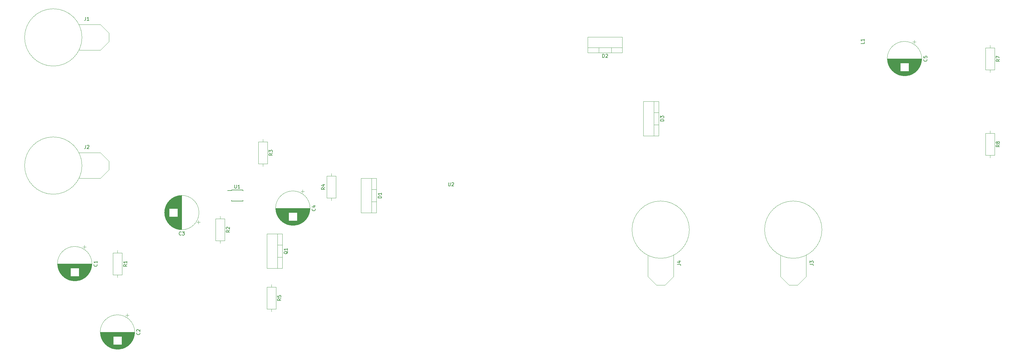
<source format=gbr>
G04 #@! TF.GenerationSoftware,KiCad,Pcbnew,(5.1.5)-3*
G04 #@! TF.CreationDate,2020-06-24T22:01:33+03:00*
G04 #@! TF.ProjectId,forward_converter_opto,666f7277-6172-4645-9f63-6f6e76657274,rev?*
G04 #@! TF.SameCoordinates,Original*
G04 #@! TF.FileFunction,Legend,Top*
G04 #@! TF.FilePolarity,Positive*
%FSLAX46Y46*%
G04 Gerber Fmt 4.6, Leading zero omitted, Abs format (unit mm)*
G04 Created by KiCad (PCBNEW (5.1.5)-3) date 2020-06-24 22:01:33*
%MOMM*%
%LPD*%
G04 APERTURE LIST*
%ADD10C,0.120000*%
%ADD11C,0.150000*%
G04 APERTURE END LIST*
D10*
X247215000Y-28000354D02*
X246215000Y-28000354D01*
X246715000Y-27500354D02*
X246715000Y-28500354D01*
X244439000Y-38061000D02*
X243241000Y-38061000D01*
X244702000Y-38021000D02*
X242978000Y-38021000D01*
X244902000Y-37981000D02*
X242778000Y-37981000D01*
X245070000Y-37941000D02*
X242610000Y-37941000D01*
X245218000Y-37901000D02*
X242462000Y-37901000D01*
X245350000Y-37861000D02*
X242330000Y-37861000D01*
X245470000Y-37821000D02*
X242210000Y-37821000D01*
X245582000Y-37781000D02*
X242098000Y-37781000D01*
X245686000Y-37741000D02*
X241994000Y-37741000D01*
X245784000Y-37701000D02*
X241896000Y-37701000D01*
X245877000Y-37661000D02*
X241803000Y-37661000D01*
X245965000Y-37621000D02*
X241715000Y-37621000D01*
X246049000Y-37581000D02*
X241631000Y-37581000D01*
X246129000Y-37541000D02*
X241551000Y-37541000D01*
X246205000Y-37501000D02*
X241475000Y-37501000D01*
X246279000Y-37461000D02*
X241401000Y-37461000D01*
X246350000Y-37421000D02*
X241330000Y-37421000D01*
X246419000Y-37381000D02*
X241261000Y-37381000D01*
X246485000Y-37341000D02*
X241195000Y-37341000D01*
X246549000Y-37301000D02*
X241131000Y-37301000D01*
X246610000Y-37261000D02*
X241070000Y-37261000D01*
X246670000Y-37221000D02*
X241010000Y-37221000D01*
X246729000Y-37181000D02*
X240951000Y-37181000D01*
X246785000Y-37141000D02*
X240895000Y-37141000D01*
X246840000Y-37101000D02*
X240840000Y-37101000D01*
X246894000Y-37061000D02*
X240786000Y-37061000D01*
X246946000Y-37021000D02*
X240734000Y-37021000D01*
X246996000Y-36981000D02*
X240684000Y-36981000D01*
X247046000Y-36941000D02*
X240634000Y-36941000D01*
X247094000Y-36901000D02*
X240586000Y-36901000D01*
X247141000Y-36861000D02*
X240539000Y-36861000D01*
X247187000Y-36821000D02*
X240493000Y-36821000D01*
X247232000Y-36781000D02*
X240448000Y-36781000D01*
X247276000Y-36741000D02*
X240404000Y-36741000D01*
X242599000Y-36701000D02*
X240362000Y-36701000D01*
X247318000Y-36701000D02*
X245081000Y-36701000D01*
X242599000Y-36661000D02*
X240320000Y-36661000D01*
X247360000Y-36661000D02*
X245081000Y-36661000D01*
X242599000Y-36621000D02*
X240279000Y-36621000D01*
X247401000Y-36621000D02*
X245081000Y-36621000D01*
X242599000Y-36581000D02*
X240239000Y-36581000D01*
X247441000Y-36581000D02*
X245081000Y-36581000D01*
X242599000Y-36541000D02*
X240200000Y-36541000D01*
X247480000Y-36541000D02*
X245081000Y-36541000D01*
X242599000Y-36501000D02*
X240161000Y-36501000D01*
X247519000Y-36501000D02*
X245081000Y-36501000D01*
X242599000Y-36461000D02*
X240124000Y-36461000D01*
X247556000Y-36461000D02*
X245081000Y-36461000D01*
X242599000Y-36421000D02*
X240087000Y-36421000D01*
X247593000Y-36421000D02*
X245081000Y-36421000D01*
X242599000Y-36381000D02*
X240051000Y-36381000D01*
X247629000Y-36381000D02*
X245081000Y-36381000D01*
X242599000Y-36341000D02*
X240016000Y-36341000D01*
X247664000Y-36341000D02*
X245081000Y-36341000D01*
X242599000Y-36301000D02*
X239982000Y-36301000D01*
X247698000Y-36301000D02*
X245081000Y-36301000D01*
X242599000Y-36261000D02*
X239948000Y-36261000D01*
X247732000Y-36261000D02*
X245081000Y-36261000D01*
X242599000Y-36221000D02*
X239915000Y-36221000D01*
X247765000Y-36221000D02*
X245081000Y-36221000D01*
X242599000Y-36181000D02*
X239883000Y-36181000D01*
X247797000Y-36181000D02*
X245081000Y-36181000D01*
X242599000Y-36141000D02*
X239851000Y-36141000D01*
X247829000Y-36141000D02*
X245081000Y-36141000D01*
X242599000Y-36101000D02*
X239820000Y-36101000D01*
X247860000Y-36101000D02*
X245081000Y-36101000D01*
X242599000Y-36061000D02*
X239790000Y-36061000D01*
X247890000Y-36061000D02*
X245081000Y-36061000D01*
X242599000Y-36021000D02*
X239760000Y-36021000D01*
X247920000Y-36021000D02*
X245081000Y-36021000D01*
X242599000Y-35981000D02*
X239730000Y-35981000D01*
X247950000Y-35981000D02*
X245081000Y-35981000D01*
X242599000Y-35941000D02*
X239702000Y-35941000D01*
X247978000Y-35941000D02*
X245081000Y-35941000D01*
X242599000Y-35901000D02*
X239674000Y-35901000D01*
X248006000Y-35901000D02*
X245081000Y-35901000D01*
X242599000Y-35861000D02*
X239646000Y-35861000D01*
X248034000Y-35861000D02*
X245081000Y-35861000D01*
X242599000Y-35821000D02*
X239619000Y-35821000D01*
X248061000Y-35821000D02*
X245081000Y-35821000D01*
X242599000Y-35781000D02*
X239593000Y-35781000D01*
X248087000Y-35781000D02*
X245081000Y-35781000D01*
X242599000Y-35741000D02*
X239567000Y-35741000D01*
X248113000Y-35741000D02*
X245081000Y-35741000D01*
X242599000Y-35701000D02*
X239542000Y-35701000D01*
X248138000Y-35701000D02*
X245081000Y-35701000D01*
X242599000Y-35661000D02*
X239517000Y-35661000D01*
X248163000Y-35661000D02*
X245081000Y-35661000D01*
X242599000Y-35621000D02*
X239493000Y-35621000D01*
X248187000Y-35621000D02*
X245081000Y-35621000D01*
X242599000Y-35581000D02*
X239469000Y-35581000D01*
X248211000Y-35581000D02*
X245081000Y-35581000D01*
X242599000Y-35541000D02*
X239445000Y-35541000D01*
X248235000Y-35541000D02*
X245081000Y-35541000D01*
X242599000Y-35501000D02*
X239423000Y-35501000D01*
X248257000Y-35501000D02*
X245081000Y-35501000D01*
X242599000Y-35461000D02*
X239400000Y-35461000D01*
X248280000Y-35461000D02*
X245081000Y-35461000D01*
X242599000Y-35421000D02*
X239378000Y-35421000D01*
X248302000Y-35421000D02*
X245081000Y-35421000D01*
X242599000Y-35381000D02*
X239357000Y-35381000D01*
X248323000Y-35381000D02*
X245081000Y-35381000D01*
X242599000Y-35341000D02*
X239336000Y-35341000D01*
X248344000Y-35341000D02*
X245081000Y-35341000D01*
X242599000Y-35301000D02*
X239315000Y-35301000D01*
X248365000Y-35301000D02*
X245081000Y-35301000D01*
X242599000Y-35261000D02*
X239295000Y-35261000D01*
X248385000Y-35261000D02*
X245081000Y-35261000D01*
X242599000Y-35221000D02*
X239276000Y-35221000D01*
X248404000Y-35221000D02*
X245081000Y-35221000D01*
X242599000Y-35181000D02*
X239256000Y-35181000D01*
X248424000Y-35181000D02*
X245081000Y-35181000D01*
X242599000Y-35141000D02*
X239237000Y-35141000D01*
X248443000Y-35141000D02*
X245081000Y-35141000D01*
X242599000Y-35101000D02*
X239219000Y-35101000D01*
X248461000Y-35101000D02*
X245081000Y-35101000D01*
X242599000Y-35061000D02*
X239201000Y-35061000D01*
X248479000Y-35061000D02*
X245081000Y-35061000D01*
X242599000Y-35021000D02*
X239183000Y-35021000D01*
X248497000Y-35021000D02*
X245081000Y-35021000D01*
X242599000Y-34981000D02*
X239166000Y-34981000D01*
X248514000Y-34981000D02*
X245081000Y-34981000D01*
X242599000Y-34941000D02*
X239150000Y-34941000D01*
X248530000Y-34941000D02*
X245081000Y-34941000D01*
X242599000Y-34901000D02*
X239133000Y-34901000D01*
X248547000Y-34901000D02*
X245081000Y-34901000D01*
X242599000Y-34861000D02*
X239117000Y-34861000D01*
X248563000Y-34861000D02*
X245081000Y-34861000D01*
X242599000Y-34821000D02*
X239102000Y-34821000D01*
X248578000Y-34821000D02*
X245081000Y-34821000D01*
X242599000Y-34781000D02*
X239086000Y-34781000D01*
X248594000Y-34781000D02*
X245081000Y-34781000D01*
X242599000Y-34741000D02*
X239072000Y-34741000D01*
X248608000Y-34741000D02*
X245081000Y-34741000D01*
X242599000Y-34701000D02*
X239057000Y-34701000D01*
X248623000Y-34701000D02*
X245081000Y-34701000D01*
X242599000Y-34661000D02*
X239043000Y-34661000D01*
X248637000Y-34661000D02*
X245081000Y-34661000D01*
X242599000Y-34621000D02*
X239029000Y-34621000D01*
X248651000Y-34621000D02*
X245081000Y-34621000D01*
X242599000Y-34581000D02*
X239016000Y-34581000D01*
X248664000Y-34581000D02*
X245081000Y-34581000D01*
X242599000Y-34541000D02*
X239003000Y-34541000D01*
X248677000Y-34541000D02*
X245081000Y-34541000D01*
X242599000Y-34501000D02*
X238990000Y-34501000D01*
X248690000Y-34501000D02*
X245081000Y-34501000D01*
X242599000Y-34461000D02*
X238978000Y-34461000D01*
X248702000Y-34461000D02*
X245081000Y-34461000D01*
X242599000Y-34421000D02*
X238966000Y-34421000D01*
X248714000Y-34421000D02*
X245081000Y-34421000D01*
X242599000Y-34381000D02*
X238955000Y-34381000D01*
X248725000Y-34381000D02*
X245081000Y-34381000D01*
X242599000Y-34341000D02*
X238943000Y-34341000D01*
X248737000Y-34341000D02*
X245081000Y-34341000D01*
X242599000Y-34301000D02*
X238933000Y-34301000D01*
X248747000Y-34301000D02*
X245081000Y-34301000D01*
X242599000Y-34261000D02*
X238922000Y-34261000D01*
X248758000Y-34261000D02*
X245081000Y-34261000D01*
X248768000Y-34221000D02*
X238912000Y-34221000D01*
X248778000Y-34181000D02*
X238902000Y-34181000D01*
X248787000Y-34141000D02*
X238893000Y-34141000D01*
X248796000Y-34101000D02*
X238884000Y-34101000D01*
X248805000Y-34061000D02*
X238875000Y-34061000D01*
X248814000Y-34021000D02*
X238866000Y-34021000D01*
X248822000Y-33981000D02*
X238858000Y-33981000D01*
X248830000Y-33941000D02*
X238850000Y-33941000D01*
X248837000Y-33901000D02*
X238843000Y-33901000D01*
X248844000Y-33861000D02*
X238836000Y-33861000D01*
X248851000Y-33821000D02*
X238829000Y-33821000D01*
X248858000Y-33781000D02*
X238822000Y-33781000D01*
X248864000Y-33741000D02*
X238816000Y-33741000D01*
X248870000Y-33701000D02*
X238810000Y-33701000D01*
X248875000Y-33660000D02*
X238805000Y-33660000D01*
X248880000Y-33620000D02*
X238800000Y-33620000D01*
X248885000Y-33580000D02*
X238795000Y-33580000D01*
X248890000Y-33540000D02*
X238790000Y-33540000D01*
X248894000Y-33500000D02*
X238786000Y-33500000D01*
X248898000Y-33460000D02*
X238782000Y-33460000D01*
X248902000Y-33420000D02*
X238778000Y-33420000D01*
X248905000Y-33380000D02*
X238775000Y-33380000D01*
X248908000Y-33340000D02*
X238772000Y-33340000D01*
X248910000Y-33300000D02*
X238770000Y-33300000D01*
X248913000Y-33260000D02*
X238767000Y-33260000D01*
X248915000Y-33220000D02*
X238765000Y-33220000D01*
X248917000Y-33180000D02*
X238763000Y-33180000D01*
X248918000Y-33140000D02*
X238762000Y-33140000D01*
X248919000Y-33100000D02*
X238761000Y-33100000D01*
X248920000Y-33060000D02*
X238760000Y-33060000D01*
X248920000Y-33020000D02*
X238760000Y-33020000D01*
X248920000Y-32980000D02*
X238760000Y-32980000D01*
X248960000Y-32980000D02*
G75*
G03X248960000Y-32980000I-5120000J0D01*
G01*
X59150000Y-85050000D02*
X59150000Y-95290000D01*
X54509000Y-85050000D02*
X54509000Y-95290000D01*
X59150000Y-85050000D02*
X54509000Y-85050000D01*
X59150000Y-95290000D02*
X54509000Y-95290000D01*
X57640000Y-85050000D02*
X57640000Y-95290000D01*
X59150000Y-88320000D02*
X57640000Y-88320000D01*
X59150000Y-92021000D02*
X57640000Y-92021000D01*
X835000Y-88960354D02*
X-165000Y-88960354D01*
X335000Y-88460354D02*
X335000Y-89460354D01*
X-1941000Y-99021000D02*
X-3139000Y-99021000D01*
X-1678000Y-98981000D02*
X-3402000Y-98981000D01*
X-1478000Y-98941000D02*
X-3602000Y-98941000D01*
X-1310000Y-98901000D02*
X-3770000Y-98901000D01*
X-1162000Y-98861000D02*
X-3918000Y-98861000D01*
X-1030000Y-98821000D02*
X-4050000Y-98821000D01*
X-910000Y-98781000D02*
X-4170000Y-98781000D01*
X-798000Y-98741000D02*
X-4282000Y-98741000D01*
X-694000Y-98701000D02*
X-4386000Y-98701000D01*
X-596000Y-98661000D02*
X-4484000Y-98661000D01*
X-503000Y-98621000D02*
X-4577000Y-98621000D01*
X-415000Y-98581000D02*
X-4665000Y-98581000D01*
X-331000Y-98541000D02*
X-4749000Y-98541000D01*
X-251000Y-98501000D02*
X-4829000Y-98501000D01*
X-175000Y-98461000D02*
X-4905000Y-98461000D01*
X-101000Y-98421000D02*
X-4979000Y-98421000D01*
X-30000Y-98381000D02*
X-5050000Y-98381000D01*
X39000Y-98341000D02*
X-5119000Y-98341000D01*
X105000Y-98301000D02*
X-5185000Y-98301000D01*
X169000Y-98261000D02*
X-5249000Y-98261000D01*
X230000Y-98221000D02*
X-5310000Y-98221000D01*
X290000Y-98181000D02*
X-5370000Y-98181000D01*
X349000Y-98141000D02*
X-5429000Y-98141000D01*
X405000Y-98101000D02*
X-5485000Y-98101000D01*
X460000Y-98061000D02*
X-5540000Y-98061000D01*
X514000Y-98021000D02*
X-5594000Y-98021000D01*
X566000Y-97981000D02*
X-5646000Y-97981000D01*
X616000Y-97941000D02*
X-5696000Y-97941000D01*
X666000Y-97901000D02*
X-5746000Y-97901000D01*
X714000Y-97861000D02*
X-5794000Y-97861000D01*
X761000Y-97821000D02*
X-5841000Y-97821000D01*
X807000Y-97781000D02*
X-5887000Y-97781000D01*
X852000Y-97741000D02*
X-5932000Y-97741000D01*
X896000Y-97701000D02*
X-5976000Y-97701000D01*
X-3781000Y-97661000D02*
X-6018000Y-97661000D01*
X938000Y-97661000D02*
X-1299000Y-97661000D01*
X-3781000Y-97621000D02*
X-6060000Y-97621000D01*
X980000Y-97621000D02*
X-1299000Y-97621000D01*
X-3781000Y-97581000D02*
X-6101000Y-97581000D01*
X1021000Y-97581000D02*
X-1299000Y-97581000D01*
X-3781000Y-97541000D02*
X-6141000Y-97541000D01*
X1061000Y-97541000D02*
X-1299000Y-97541000D01*
X-3781000Y-97501000D02*
X-6180000Y-97501000D01*
X1100000Y-97501000D02*
X-1299000Y-97501000D01*
X-3781000Y-97461000D02*
X-6219000Y-97461000D01*
X1139000Y-97461000D02*
X-1299000Y-97461000D01*
X-3781000Y-97421000D02*
X-6256000Y-97421000D01*
X1176000Y-97421000D02*
X-1299000Y-97421000D01*
X-3781000Y-97381000D02*
X-6293000Y-97381000D01*
X1213000Y-97381000D02*
X-1299000Y-97381000D01*
X-3781000Y-97341000D02*
X-6329000Y-97341000D01*
X1249000Y-97341000D02*
X-1299000Y-97341000D01*
X-3781000Y-97301000D02*
X-6364000Y-97301000D01*
X1284000Y-97301000D02*
X-1299000Y-97301000D01*
X-3781000Y-97261000D02*
X-6398000Y-97261000D01*
X1318000Y-97261000D02*
X-1299000Y-97261000D01*
X-3781000Y-97221000D02*
X-6432000Y-97221000D01*
X1352000Y-97221000D02*
X-1299000Y-97221000D01*
X-3781000Y-97181000D02*
X-6465000Y-97181000D01*
X1385000Y-97181000D02*
X-1299000Y-97181000D01*
X-3781000Y-97141000D02*
X-6497000Y-97141000D01*
X1417000Y-97141000D02*
X-1299000Y-97141000D01*
X-3781000Y-97101000D02*
X-6529000Y-97101000D01*
X1449000Y-97101000D02*
X-1299000Y-97101000D01*
X-3781000Y-97061000D02*
X-6560000Y-97061000D01*
X1480000Y-97061000D02*
X-1299000Y-97061000D01*
X-3781000Y-97021000D02*
X-6590000Y-97021000D01*
X1510000Y-97021000D02*
X-1299000Y-97021000D01*
X-3781000Y-96981000D02*
X-6620000Y-96981000D01*
X1540000Y-96981000D02*
X-1299000Y-96981000D01*
X-3781000Y-96941000D02*
X-6650000Y-96941000D01*
X1570000Y-96941000D02*
X-1299000Y-96941000D01*
X-3781000Y-96901000D02*
X-6678000Y-96901000D01*
X1598000Y-96901000D02*
X-1299000Y-96901000D01*
X-3781000Y-96861000D02*
X-6706000Y-96861000D01*
X1626000Y-96861000D02*
X-1299000Y-96861000D01*
X-3781000Y-96821000D02*
X-6734000Y-96821000D01*
X1654000Y-96821000D02*
X-1299000Y-96821000D01*
X-3781000Y-96781000D02*
X-6761000Y-96781000D01*
X1681000Y-96781000D02*
X-1299000Y-96781000D01*
X-3781000Y-96741000D02*
X-6787000Y-96741000D01*
X1707000Y-96741000D02*
X-1299000Y-96741000D01*
X-3781000Y-96701000D02*
X-6813000Y-96701000D01*
X1733000Y-96701000D02*
X-1299000Y-96701000D01*
X-3781000Y-96661000D02*
X-6838000Y-96661000D01*
X1758000Y-96661000D02*
X-1299000Y-96661000D01*
X-3781000Y-96621000D02*
X-6863000Y-96621000D01*
X1783000Y-96621000D02*
X-1299000Y-96621000D01*
X-3781000Y-96581000D02*
X-6887000Y-96581000D01*
X1807000Y-96581000D02*
X-1299000Y-96581000D01*
X-3781000Y-96541000D02*
X-6911000Y-96541000D01*
X1831000Y-96541000D02*
X-1299000Y-96541000D01*
X-3781000Y-96501000D02*
X-6935000Y-96501000D01*
X1855000Y-96501000D02*
X-1299000Y-96501000D01*
X-3781000Y-96461000D02*
X-6957000Y-96461000D01*
X1877000Y-96461000D02*
X-1299000Y-96461000D01*
X-3781000Y-96421000D02*
X-6980000Y-96421000D01*
X1900000Y-96421000D02*
X-1299000Y-96421000D01*
X-3781000Y-96381000D02*
X-7002000Y-96381000D01*
X1922000Y-96381000D02*
X-1299000Y-96381000D01*
X-3781000Y-96341000D02*
X-7023000Y-96341000D01*
X1943000Y-96341000D02*
X-1299000Y-96341000D01*
X-3781000Y-96301000D02*
X-7044000Y-96301000D01*
X1964000Y-96301000D02*
X-1299000Y-96301000D01*
X-3781000Y-96261000D02*
X-7065000Y-96261000D01*
X1985000Y-96261000D02*
X-1299000Y-96261000D01*
X-3781000Y-96221000D02*
X-7085000Y-96221000D01*
X2005000Y-96221000D02*
X-1299000Y-96221000D01*
X-3781000Y-96181000D02*
X-7104000Y-96181000D01*
X2024000Y-96181000D02*
X-1299000Y-96181000D01*
X-3781000Y-96141000D02*
X-7124000Y-96141000D01*
X2044000Y-96141000D02*
X-1299000Y-96141000D01*
X-3781000Y-96101000D02*
X-7143000Y-96101000D01*
X2063000Y-96101000D02*
X-1299000Y-96101000D01*
X-3781000Y-96061000D02*
X-7161000Y-96061000D01*
X2081000Y-96061000D02*
X-1299000Y-96061000D01*
X-3781000Y-96021000D02*
X-7179000Y-96021000D01*
X2099000Y-96021000D02*
X-1299000Y-96021000D01*
X-3781000Y-95981000D02*
X-7197000Y-95981000D01*
X2117000Y-95981000D02*
X-1299000Y-95981000D01*
X-3781000Y-95941000D02*
X-7214000Y-95941000D01*
X2134000Y-95941000D02*
X-1299000Y-95941000D01*
X-3781000Y-95901000D02*
X-7230000Y-95901000D01*
X2150000Y-95901000D02*
X-1299000Y-95901000D01*
X-3781000Y-95861000D02*
X-7247000Y-95861000D01*
X2167000Y-95861000D02*
X-1299000Y-95861000D01*
X-3781000Y-95821000D02*
X-7263000Y-95821000D01*
X2183000Y-95821000D02*
X-1299000Y-95821000D01*
X-3781000Y-95781000D02*
X-7278000Y-95781000D01*
X2198000Y-95781000D02*
X-1299000Y-95781000D01*
X-3781000Y-95741000D02*
X-7294000Y-95741000D01*
X2214000Y-95741000D02*
X-1299000Y-95741000D01*
X-3781000Y-95701000D02*
X-7308000Y-95701000D01*
X2228000Y-95701000D02*
X-1299000Y-95701000D01*
X-3781000Y-95661000D02*
X-7323000Y-95661000D01*
X2243000Y-95661000D02*
X-1299000Y-95661000D01*
X-3781000Y-95621000D02*
X-7337000Y-95621000D01*
X2257000Y-95621000D02*
X-1299000Y-95621000D01*
X-3781000Y-95581000D02*
X-7351000Y-95581000D01*
X2271000Y-95581000D02*
X-1299000Y-95581000D01*
X-3781000Y-95541000D02*
X-7364000Y-95541000D01*
X2284000Y-95541000D02*
X-1299000Y-95541000D01*
X-3781000Y-95501000D02*
X-7377000Y-95501000D01*
X2297000Y-95501000D02*
X-1299000Y-95501000D01*
X-3781000Y-95461000D02*
X-7390000Y-95461000D01*
X2310000Y-95461000D02*
X-1299000Y-95461000D01*
X-3781000Y-95421000D02*
X-7402000Y-95421000D01*
X2322000Y-95421000D02*
X-1299000Y-95421000D01*
X-3781000Y-95381000D02*
X-7414000Y-95381000D01*
X2334000Y-95381000D02*
X-1299000Y-95381000D01*
X-3781000Y-95341000D02*
X-7425000Y-95341000D01*
X2345000Y-95341000D02*
X-1299000Y-95341000D01*
X-3781000Y-95301000D02*
X-7437000Y-95301000D01*
X2357000Y-95301000D02*
X-1299000Y-95301000D01*
X-3781000Y-95261000D02*
X-7447000Y-95261000D01*
X2367000Y-95261000D02*
X-1299000Y-95261000D01*
X-3781000Y-95221000D02*
X-7458000Y-95221000D01*
X2378000Y-95221000D02*
X-1299000Y-95221000D01*
X2388000Y-95181000D02*
X-7468000Y-95181000D01*
X2398000Y-95141000D02*
X-7478000Y-95141000D01*
X2407000Y-95101000D02*
X-7487000Y-95101000D01*
X2416000Y-95061000D02*
X-7496000Y-95061000D01*
X2425000Y-95021000D02*
X-7505000Y-95021000D01*
X2434000Y-94981000D02*
X-7514000Y-94981000D01*
X2442000Y-94941000D02*
X-7522000Y-94941000D01*
X2450000Y-94901000D02*
X-7530000Y-94901000D01*
X2457000Y-94861000D02*
X-7537000Y-94861000D01*
X2464000Y-94821000D02*
X-7544000Y-94821000D01*
X2471000Y-94781000D02*
X-7551000Y-94781000D01*
X2478000Y-94741000D02*
X-7558000Y-94741000D01*
X2484000Y-94701000D02*
X-7564000Y-94701000D01*
X2490000Y-94661000D02*
X-7570000Y-94661000D01*
X2495000Y-94620000D02*
X-7575000Y-94620000D01*
X2500000Y-94580000D02*
X-7580000Y-94580000D01*
X2505000Y-94540000D02*
X-7585000Y-94540000D01*
X2510000Y-94500000D02*
X-7590000Y-94500000D01*
X2514000Y-94460000D02*
X-7594000Y-94460000D01*
X2518000Y-94420000D02*
X-7598000Y-94420000D01*
X2522000Y-94380000D02*
X-7602000Y-94380000D01*
X2525000Y-94340000D02*
X-7605000Y-94340000D01*
X2528000Y-94300000D02*
X-7608000Y-94300000D01*
X2530000Y-94260000D02*
X-7610000Y-94260000D01*
X2533000Y-94220000D02*
X-7613000Y-94220000D01*
X2535000Y-94180000D02*
X-7615000Y-94180000D01*
X2537000Y-94140000D02*
X-7617000Y-94140000D01*
X2538000Y-94100000D02*
X-7618000Y-94100000D01*
X2539000Y-94060000D02*
X-7619000Y-94060000D01*
X2540000Y-94020000D02*
X-7620000Y-94020000D01*
X2540000Y-93980000D02*
X-7620000Y-93980000D01*
X2540000Y-93940000D02*
X-7620000Y-93940000D01*
X2580000Y-93940000D02*
G75*
G03X2580000Y-93940000I-5120000J0D01*
G01*
X15280000Y-114260000D02*
G75*
G03X15280000Y-114260000I-5120000J0D01*
G01*
X15240000Y-114260000D02*
X5080000Y-114260000D01*
X15240000Y-114300000D02*
X5080000Y-114300000D01*
X15240000Y-114340000D02*
X5080000Y-114340000D01*
X15239000Y-114380000D02*
X5081000Y-114380000D01*
X15238000Y-114420000D02*
X5082000Y-114420000D01*
X15237000Y-114460000D02*
X5083000Y-114460000D01*
X15235000Y-114500000D02*
X5085000Y-114500000D01*
X15233000Y-114540000D02*
X5087000Y-114540000D01*
X15230000Y-114580000D02*
X5090000Y-114580000D01*
X15228000Y-114620000D02*
X5092000Y-114620000D01*
X15225000Y-114660000D02*
X5095000Y-114660000D01*
X15222000Y-114700000D02*
X5098000Y-114700000D01*
X15218000Y-114740000D02*
X5102000Y-114740000D01*
X15214000Y-114780000D02*
X5106000Y-114780000D01*
X15210000Y-114820000D02*
X5110000Y-114820000D01*
X15205000Y-114860000D02*
X5115000Y-114860000D01*
X15200000Y-114900000D02*
X5120000Y-114900000D01*
X15195000Y-114940000D02*
X5125000Y-114940000D01*
X15190000Y-114981000D02*
X5130000Y-114981000D01*
X15184000Y-115021000D02*
X5136000Y-115021000D01*
X15178000Y-115061000D02*
X5142000Y-115061000D01*
X15171000Y-115101000D02*
X5149000Y-115101000D01*
X15164000Y-115141000D02*
X5156000Y-115141000D01*
X15157000Y-115181000D02*
X5163000Y-115181000D01*
X15150000Y-115221000D02*
X5170000Y-115221000D01*
X15142000Y-115261000D02*
X5178000Y-115261000D01*
X15134000Y-115301000D02*
X5186000Y-115301000D01*
X15125000Y-115341000D02*
X5195000Y-115341000D01*
X15116000Y-115381000D02*
X5204000Y-115381000D01*
X15107000Y-115421000D02*
X5213000Y-115421000D01*
X15098000Y-115461000D02*
X5222000Y-115461000D01*
X15088000Y-115501000D02*
X5232000Y-115501000D01*
X15078000Y-115541000D02*
X11401000Y-115541000D01*
X8919000Y-115541000D02*
X5242000Y-115541000D01*
X15067000Y-115581000D02*
X11401000Y-115581000D01*
X8919000Y-115581000D02*
X5253000Y-115581000D01*
X15057000Y-115621000D02*
X11401000Y-115621000D01*
X8919000Y-115621000D02*
X5263000Y-115621000D01*
X15045000Y-115661000D02*
X11401000Y-115661000D01*
X8919000Y-115661000D02*
X5275000Y-115661000D01*
X15034000Y-115701000D02*
X11401000Y-115701000D01*
X8919000Y-115701000D02*
X5286000Y-115701000D01*
X15022000Y-115741000D02*
X11401000Y-115741000D01*
X8919000Y-115741000D02*
X5298000Y-115741000D01*
X15010000Y-115781000D02*
X11401000Y-115781000D01*
X8919000Y-115781000D02*
X5310000Y-115781000D01*
X14997000Y-115821000D02*
X11401000Y-115821000D01*
X8919000Y-115821000D02*
X5323000Y-115821000D01*
X14984000Y-115861000D02*
X11401000Y-115861000D01*
X8919000Y-115861000D02*
X5336000Y-115861000D01*
X14971000Y-115901000D02*
X11401000Y-115901000D01*
X8919000Y-115901000D02*
X5349000Y-115901000D01*
X14957000Y-115941000D02*
X11401000Y-115941000D01*
X8919000Y-115941000D02*
X5363000Y-115941000D01*
X14943000Y-115981000D02*
X11401000Y-115981000D01*
X8919000Y-115981000D02*
X5377000Y-115981000D01*
X14928000Y-116021000D02*
X11401000Y-116021000D01*
X8919000Y-116021000D02*
X5392000Y-116021000D01*
X14914000Y-116061000D02*
X11401000Y-116061000D01*
X8919000Y-116061000D02*
X5406000Y-116061000D01*
X14898000Y-116101000D02*
X11401000Y-116101000D01*
X8919000Y-116101000D02*
X5422000Y-116101000D01*
X14883000Y-116141000D02*
X11401000Y-116141000D01*
X8919000Y-116141000D02*
X5437000Y-116141000D01*
X14867000Y-116181000D02*
X11401000Y-116181000D01*
X8919000Y-116181000D02*
X5453000Y-116181000D01*
X14850000Y-116221000D02*
X11401000Y-116221000D01*
X8919000Y-116221000D02*
X5470000Y-116221000D01*
X14834000Y-116261000D02*
X11401000Y-116261000D01*
X8919000Y-116261000D02*
X5486000Y-116261000D01*
X14817000Y-116301000D02*
X11401000Y-116301000D01*
X8919000Y-116301000D02*
X5503000Y-116301000D01*
X14799000Y-116341000D02*
X11401000Y-116341000D01*
X8919000Y-116341000D02*
X5521000Y-116341000D01*
X14781000Y-116381000D02*
X11401000Y-116381000D01*
X8919000Y-116381000D02*
X5539000Y-116381000D01*
X14763000Y-116421000D02*
X11401000Y-116421000D01*
X8919000Y-116421000D02*
X5557000Y-116421000D01*
X14744000Y-116461000D02*
X11401000Y-116461000D01*
X8919000Y-116461000D02*
X5576000Y-116461000D01*
X14724000Y-116501000D02*
X11401000Y-116501000D01*
X8919000Y-116501000D02*
X5596000Y-116501000D01*
X14705000Y-116541000D02*
X11401000Y-116541000D01*
X8919000Y-116541000D02*
X5615000Y-116541000D01*
X14685000Y-116581000D02*
X11401000Y-116581000D01*
X8919000Y-116581000D02*
X5635000Y-116581000D01*
X14664000Y-116621000D02*
X11401000Y-116621000D01*
X8919000Y-116621000D02*
X5656000Y-116621000D01*
X14643000Y-116661000D02*
X11401000Y-116661000D01*
X8919000Y-116661000D02*
X5677000Y-116661000D01*
X14622000Y-116701000D02*
X11401000Y-116701000D01*
X8919000Y-116701000D02*
X5698000Y-116701000D01*
X14600000Y-116741000D02*
X11401000Y-116741000D01*
X8919000Y-116741000D02*
X5720000Y-116741000D01*
X14577000Y-116781000D02*
X11401000Y-116781000D01*
X8919000Y-116781000D02*
X5743000Y-116781000D01*
X14555000Y-116821000D02*
X11401000Y-116821000D01*
X8919000Y-116821000D02*
X5765000Y-116821000D01*
X14531000Y-116861000D02*
X11401000Y-116861000D01*
X8919000Y-116861000D02*
X5789000Y-116861000D01*
X14507000Y-116901000D02*
X11401000Y-116901000D01*
X8919000Y-116901000D02*
X5813000Y-116901000D01*
X14483000Y-116941000D02*
X11401000Y-116941000D01*
X8919000Y-116941000D02*
X5837000Y-116941000D01*
X14458000Y-116981000D02*
X11401000Y-116981000D01*
X8919000Y-116981000D02*
X5862000Y-116981000D01*
X14433000Y-117021000D02*
X11401000Y-117021000D01*
X8919000Y-117021000D02*
X5887000Y-117021000D01*
X14407000Y-117061000D02*
X11401000Y-117061000D01*
X8919000Y-117061000D02*
X5913000Y-117061000D01*
X14381000Y-117101000D02*
X11401000Y-117101000D01*
X8919000Y-117101000D02*
X5939000Y-117101000D01*
X14354000Y-117141000D02*
X11401000Y-117141000D01*
X8919000Y-117141000D02*
X5966000Y-117141000D01*
X14326000Y-117181000D02*
X11401000Y-117181000D01*
X8919000Y-117181000D02*
X5994000Y-117181000D01*
X14298000Y-117221000D02*
X11401000Y-117221000D01*
X8919000Y-117221000D02*
X6022000Y-117221000D01*
X14270000Y-117261000D02*
X11401000Y-117261000D01*
X8919000Y-117261000D02*
X6050000Y-117261000D01*
X14240000Y-117301000D02*
X11401000Y-117301000D01*
X8919000Y-117301000D02*
X6080000Y-117301000D01*
X14210000Y-117341000D02*
X11401000Y-117341000D01*
X8919000Y-117341000D02*
X6110000Y-117341000D01*
X14180000Y-117381000D02*
X11401000Y-117381000D01*
X8919000Y-117381000D02*
X6140000Y-117381000D01*
X14149000Y-117421000D02*
X11401000Y-117421000D01*
X8919000Y-117421000D02*
X6171000Y-117421000D01*
X14117000Y-117461000D02*
X11401000Y-117461000D01*
X8919000Y-117461000D02*
X6203000Y-117461000D01*
X14085000Y-117501000D02*
X11401000Y-117501000D01*
X8919000Y-117501000D02*
X6235000Y-117501000D01*
X14052000Y-117541000D02*
X11401000Y-117541000D01*
X8919000Y-117541000D02*
X6268000Y-117541000D01*
X14018000Y-117581000D02*
X11401000Y-117581000D01*
X8919000Y-117581000D02*
X6302000Y-117581000D01*
X13984000Y-117621000D02*
X11401000Y-117621000D01*
X8919000Y-117621000D02*
X6336000Y-117621000D01*
X13949000Y-117661000D02*
X11401000Y-117661000D01*
X8919000Y-117661000D02*
X6371000Y-117661000D01*
X13913000Y-117701000D02*
X11401000Y-117701000D01*
X8919000Y-117701000D02*
X6407000Y-117701000D01*
X13876000Y-117741000D02*
X11401000Y-117741000D01*
X8919000Y-117741000D02*
X6444000Y-117741000D01*
X13839000Y-117781000D02*
X11401000Y-117781000D01*
X8919000Y-117781000D02*
X6481000Y-117781000D01*
X13800000Y-117821000D02*
X11401000Y-117821000D01*
X8919000Y-117821000D02*
X6520000Y-117821000D01*
X13761000Y-117861000D02*
X11401000Y-117861000D01*
X8919000Y-117861000D02*
X6559000Y-117861000D01*
X13721000Y-117901000D02*
X11401000Y-117901000D01*
X8919000Y-117901000D02*
X6599000Y-117901000D01*
X13680000Y-117941000D02*
X11401000Y-117941000D01*
X8919000Y-117941000D02*
X6640000Y-117941000D01*
X13638000Y-117981000D02*
X11401000Y-117981000D01*
X8919000Y-117981000D02*
X6682000Y-117981000D01*
X13596000Y-118021000D02*
X6724000Y-118021000D01*
X13552000Y-118061000D02*
X6768000Y-118061000D01*
X13507000Y-118101000D02*
X6813000Y-118101000D01*
X13461000Y-118141000D02*
X6859000Y-118141000D01*
X13414000Y-118181000D02*
X6906000Y-118181000D01*
X13366000Y-118221000D02*
X6954000Y-118221000D01*
X13316000Y-118261000D02*
X7004000Y-118261000D01*
X13266000Y-118301000D02*
X7054000Y-118301000D01*
X13214000Y-118341000D02*
X7106000Y-118341000D01*
X13160000Y-118381000D02*
X7160000Y-118381000D01*
X13105000Y-118421000D02*
X7215000Y-118421000D01*
X13049000Y-118461000D02*
X7271000Y-118461000D01*
X12990000Y-118501000D02*
X7330000Y-118501000D01*
X12930000Y-118541000D02*
X7390000Y-118541000D01*
X12869000Y-118581000D02*
X7451000Y-118581000D01*
X12805000Y-118621000D02*
X7515000Y-118621000D01*
X12739000Y-118661000D02*
X7581000Y-118661000D01*
X12670000Y-118701000D02*
X7650000Y-118701000D01*
X12599000Y-118741000D02*
X7721000Y-118741000D01*
X12525000Y-118781000D02*
X7795000Y-118781000D01*
X12449000Y-118821000D02*
X7871000Y-118821000D01*
X12369000Y-118861000D02*
X7951000Y-118861000D01*
X12285000Y-118901000D02*
X8035000Y-118901000D01*
X12197000Y-118941000D02*
X8123000Y-118941000D01*
X12104000Y-118981000D02*
X8216000Y-118981000D01*
X12006000Y-119021000D02*
X8314000Y-119021000D01*
X11902000Y-119061000D02*
X8418000Y-119061000D01*
X11790000Y-119101000D02*
X8530000Y-119101000D01*
X11670000Y-119141000D02*
X8650000Y-119141000D01*
X11538000Y-119181000D02*
X8782000Y-119181000D01*
X11390000Y-119221000D02*
X8930000Y-119221000D01*
X11222000Y-119261000D02*
X9098000Y-119261000D01*
X11022000Y-119301000D02*
X9298000Y-119301000D01*
X10759000Y-119341000D02*
X9561000Y-119341000D01*
X13035000Y-108780354D02*
X13035000Y-109780354D01*
X13535000Y-109280354D02*
X12535000Y-109280354D01*
X34370000Y-78740000D02*
G75*
G03X34370000Y-78740000I-5120000J0D01*
G01*
X29250000Y-83820000D02*
X29250000Y-73660000D01*
X29210000Y-83820000D02*
X29210000Y-73660000D01*
X29170000Y-83820000D02*
X29170000Y-73660000D01*
X29130000Y-83819000D02*
X29130000Y-73661000D01*
X29090000Y-83818000D02*
X29090000Y-73662000D01*
X29050000Y-83817000D02*
X29050000Y-73663000D01*
X29010000Y-83815000D02*
X29010000Y-73665000D01*
X28970000Y-83813000D02*
X28970000Y-73667000D01*
X28930000Y-83810000D02*
X28930000Y-73670000D01*
X28890000Y-83808000D02*
X28890000Y-73672000D01*
X28850000Y-83805000D02*
X28850000Y-73675000D01*
X28810000Y-83802000D02*
X28810000Y-73678000D01*
X28770000Y-83798000D02*
X28770000Y-73682000D01*
X28730000Y-83794000D02*
X28730000Y-73686000D01*
X28690000Y-83790000D02*
X28690000Y-73690000D01*
X28650000Y-83785000D02*
X28650000Y-73695000D01*
X28610000Y-83780000D02*
X28610000Y-73700000D01*
X28570000Y-83775000D02*
X28570000Y-73705000D01*
X28529000Y-83770000D02*
X28529000Y-73710000D01*
X28489000Y-83764000D02*
X28489000Y-73716000D01*
X28449000Y-83758000D02*
X28449000Y-73722000D01*
X28409000Y-83751000D02*
X28409000Y-73729000D01*
X28369000Y-83744000D02*
X28369000Y-73736000D01*
X28329000Y-83737000D02*
X28329000Y-73743000D01*
X28289000Y-83730000D02*
X28289000Y-73750000D01*
X28249000Y-83722000D02*
X28249000Y-73758000D01*
X28209000Y-83714000D02*
X28209000Y-73766000D01*
X28169000Y-83705000D02*
X28169000Y-73775000D01*
X28129000Y-83696000D02*
X28129000Y-73784000D01*
X28089000Y-83687000D02*
X28089000Y-73793000D01*
X28049000Y-83678000D02*
X28049000Y-73802000D01*
X28009000Y-83668000D02*
X28009000Y-73812000D01*
X27969000Y-83658000D02*
X27969000Y-79981000D01*
X27969000Y-77499000D02*
X27969000Y-73822000D01*
X27929000Y-83647000D02*
X27929000Y-79981000D01*
X27929000Y-77499000D02*
X27929000Y-73833000D01*
X27889000Y-83637000D02*
X27889000Y-79981000D01*
X27889000Y-77499000D02*
X27889000Y-73843000D01*
X27849000Y-83625000D02*
X27849000Y-79981000D01*
X27849000Y-77499000D02*
X27849000Y-73855000D01*
X27809000Y-83614000D02*
X27809000Y-79981000D01*
X27809000Y-77499000D02*
X27809000Y-73866000D01*
X27769000Y-83602000D02*
X27769000Y-79981000D01*
X27769000Y-77499000D02*
X27769000Y-73878000D01*
X27729000Y-83590000D02*
X27729000Y-79981000D01*
X27729000Y-77499000D02*
X27729000Y-73890000D01*
X27689000Y-83577000D02*
X27689000Y-79981000D01*
X27689000Y-77499000D02*
X27689000Y-73903000D01*
X27649000Y-83564000D02*
X27649000Y-79981000D01*
X27649000Y-77499000D02*
X27649000Y-73916000D01*
X27609000Y-83551000D02*
X27609000Y-79981000D01*
X27609000Y-77499000D02*
X27609000Y-73929000D01*
X27569000Y-83537000D02*
X27569000Y-79981000D01*
X27569000Y-77499000D02*
X27569000Y-73943000D01*
X27529000Y-83523000D02*
X27529000Y-79981000D01*
X27529000Y-77499000D02*
X27529000Y-73957000D01*
X27489000Y-83508000D02*
X27489000Y-79981000D01*
X27489000Y-77499000D02*
X27489000Y-73972000D01*
X27449000Y-83494000D02*
X27449000Y-79981000D01*
X27449000Y-77499000D02*
X27449000Y-73986000D01*
X27409000Y-83478000D02*
X27409000Y-79981000D01*
X27409000Y-77499000D02*
X27409000Y-74002000D01*
X27369000Y-83463000D02*
X27369000Y-79981000D01*
X27369000Y-77499000D02*
X27369000Y-74017000D01*
X27329000Y-83447000D02*
X27329000Y-79981000D01*
X27329000Y-77499000D02*
X27329000Y-74033000D01*
X27289000Y-83430000D02*
X27289000Y-79981000D01*
X27289000Y-77499000D02*
X27289000Y-74050000D01*
X27249000Y-83414000D02*
X27249000Y-79981000D01*
X27249000Y-77499000D02*
X27249000Y-74066000D01*
X27209000Y-83397000D02*
X27209000Y-79981000D01*
X27209000Y-77499000D02*
X27209000Y-74083000D01*
X27169000Y-83379000D02*
X27169000Y-79981000D01*
X27169000Y-77499000D02*
X27169000Y-74101000D01*
X27129000Y-83361000D02*
X27129000Y-79981000D01*
X27129000Y-77499000D02*
X27129000Y-74119000D01*
X27089000Y-83343000D02*
X27089000Y-79981000D01*
X27089000Y-77499000D02*
X27089000Y-74137000D01*
X27049000Y-83324000D02*
X27049000Y-79981000D01*
X27049000Y-77499000D02*
X27049000Y-74156000D01*
X27009000Y-83304000D02*
X27009000Y-79981000D01*
X27009000Y-77499000D02*
X27009000Y-74176000D01*
X26969000Y-83285000D02*
X26969000Y-79981000D01*
X26969000Y-77499000D02*
X26969000Y-74195000D01*
X26929000Y-83265000D02*
X26929000Y-79981000D01*
X26929000Y-77499000D02*
X26929000Y-74215000D01*
X26889000Y-83244000D02*
X26889000Y-79981000D01*
X26889000Y-77499000D02*
X26889000Y-74236000D01*
X26849000Y-83223000D02*
X26849000Y-79981000D01*
X26849000Y-77499000D02*
X26849000Y-74257000D01*
X26809000Y-83202000D02*
X26809000Y-79981000D01*
X26809000Y-77499000D02*
X26809000Y-74278000D01*
X26769000Y-83180000D02*
X26769000Y-79981000D01*
X26769000Y-77499000D02*
X26769000Y-74300000D01*
X26729000Y-83157000D02*
X26729000Y-79981000D01*
X26729000Y-77499000D02*
X26729000Y-74323000D01*
X26689000Y-83135000D02*
X26689000Y-79981000D01*
X26689000Y-77499000D02*
X26689000Y-74345000D01*
X26649000Y-83111000D02*
X26649000Y-79981000D01*
X26649000Y-77499000D02*
X26649000Y-74369000D01*
X26609000Y-83087000D02*
X26609000Y-79981000D01*
X26609000Y-77499000D02*
X26609000Y-74393000D01*
X26569000Y-83063000D02*
X26569000Y-79981000D01*
X26569000Y-77499000D02*
X26569000Y-74417000D01*
X26529000Y-83038000D02*
X26529000Y-79981000D01*
X26529000Y-77499000D02*
X26529000Y-74442000D01*
X26489000Y-83013000D02*
X26489000Y-79981000D01*
X26489000Y-77499000D02*
X26489000Y-74467000D01*
X26449000Y-82987000D02*
X26449000Y-79981000D01*
X26449000Y-77499000D02*
X26449000Y-74493000D01*
X26409000Y-82961000D02*
X26409000Y-79981000D01*
X26409000Y-77499000D02*
X26409000Y-74519000D01*
X26369000Y-82934000D02*
X26369000Y-79981000D01*
X26369000Y-77499000D02*
X26369000Y-74546000D01*
X26329000Y-82906000D02*
X26329000Y-79981000D01*
X26329000Y-77499000D02*
X26329000Y-74574000D01*
X26289000Y-82878000D02*
X26289000Y-79981000D01*
X26289000Y-77499000D02*
X26289000Y-74602000D01*
X26249000Y-82850000D02*
X26249000Y-79981000D01*
X26249000Y-77499000D02*
X26249000Y-74630000D01*
X26209000Y-82820000D02*
X26209000Y-79981000D01*
X26209000Y-77499000D02*
X26209000Y-74660000D01*
X26169000Y-82790000D02*
X26169000Y-79981000D01*
X26169000Y-77499000D02*
X26169000Y-74690000D01*
X26129000Y-82760000D02*
X26129000Y-79981000D01*
X26129000Y-77499000D02*
X26129000Y-74720000D01*
X26089000Y-82729000D02*
X26089000Y-79981000D01*
X26089000Y-77499000D02*
X26089000Y-74751000D01*
X26049000Y-82697000D02*
X26049000Y-79981000D01*
X26049000Y-77499000D02*
X26049000Y-74783000D01*
X26009000Y-82665000D02*
X26009000Y-79981000D01*
X26009000Y-77499000D02*
X26009000Y-74815000D01*
X25969000Y-82632000D02*
X25969000Y-79981000D01*
X25969000Y-77499000D02*
X25969000Y-74848000D01*
X25929000Y-82598000D02*
X25929000Y-79981000D01*
X25929000Y-77499000D02*
X25929000Y-74882000D01*
X25889000Y-82564000D02*
X25889000Y-79981000D01*
X25889000Y-77499000D02*
X25889000Y-74916000D01*
X25849000Y-82529000D02*
X25849000Y-79981000D01*
X25849000Y-77499000D02*
X25849000Y-74951000D01*
X25809000Y-82493000D02*
X25809000Y-79981000D01*
X25809000Y-77499000D02*
X25809000Y-74987000D01*
X25769000Y-82456000D02*
X25769000Y-79981000D01*
X25769000Y-77499000D02*
X25769000Y-75024000D01*
X25729000Y-82419000D02*
X25729000Y-79981000D01*
X25729000Y-77499000D02*
X25729000Y-75061000D01*
X25689000Y-82380000D02*
X25689000Y-79981000D01*
X25689000Y-77499000D02*
X25689000Y-75100000D01*
X25649000Y-82341000D02*
X25649000Y-79981000D01*
X25649000Y-77499000D02*
X25649000Y-75139000D01*
X25609000Y-82301000D02*
X25609000Y-79981000D01*
X25609000Y-77499000D02*
X25609000Y-75179000D01*
X25569000Y-82260000D02*
X25569000Y-79981000D01*
X25569000Y-77499000D02*
X25569000Y-75220000D01*
X25529000Y-82218000D02*
X25529000Y-79981000D01*
X25529000Y-77499000D02*
X25529000Y-75262000D01*
X25489000Y-82176000D02*
X25489000Y-75304000D01*
X25449000Y-82132000D02*
X25449000Y-75348000D01*
X25409000Y-82087000D02*
X25409000Y-75393000D01*
X25369000Y-82041000D02*
X25369000Y-75439000D01*
X25329000Y-81994000D02*
X25329000Y-75486000D01*
X25289000Y-81946000D02*
X25289000Y-75534000D01*
X25249000Y-81896000D02*
X25249000Y-75584000D01*
X25209000Y-81846000D02*
X25209000Y-75634000D01*
X25169000Y-81794000D02*
X25169000Y-75686000D01*
X25129000Y-81740000D02*
X25129000Y-75740000D01*
X25089000Y-81685000D02*
X25089000Y-75795000D01*
X25049000Y-81629000D02*
X25049000Y-75851000D01*
X25009000Y-81570000D02*
X25009000Y-75910000D01*
X24969000Y-81510000D02*
X24969000Y-75970000D01*
X24929000Y-81449000D02*
X24929000Y-76031000D01*
X24889000Y-81385000D02*
X24889000Y-76095000D01*
X24849000Y-81319000D02*
X24849000Y-76161000D01*
X24809000Y-81250000D02*
X24809000Y-76230000D01*
X24769000Y-81179000D02*
X24769000Y-76301000D01*
X24729000Y-81105000D02*
X24729000Y-76375000D01*
X24689000Y-81029000D02*
X24689000Y-76451000D01*
X24649000Y-80949000D02*
X24649000Y-76531000D01*
X24609000Y-80865000D02*
X24609000Y-76615000D01*
X24569000Y-80777000D02*
X24569000Y-76703000D01*
X24529000Y-80684000D02*
X24529000Y-76796000D01*
X24489000Y-80586000D02*
X24489000Y-76894000D01*
X24449000Y-80482000D02*
X24449000Y-76998000D01*
X24409000Y-80370000D02*
X24409000Y-77110000D01*
X24369000Y-80250000D02*
X24369000Y-77230000D01*
X24329000Y-80118000D02*
X24329000Y-77362000D01*
X24289000Y-79970000D02*
X24289000Y-77510000D01*
X24249000Y-79802000D02*
X24249000Y-77678000D01*
X24209000Y-79602000D02*
X24209000Y-77878000D01*
X24169000Y-79339000D02*
X24169000Y-78141000D01*
X34729646Y-81615000D02*
X33729646Y-81615000D01*
X34229646Y-82115000D02*
X34229646Y-81115000D01*
X65605000Y-72450354D02*
X64605000Y-72450354D01*
X65105000Y-71950354D02*
X65105000Y-72950354D01*
X62829000Y-82511000D02*
X61631000Y-82511000D01*
X63092000Y-82471000D02*
X61368000Y-82471000D01*
X63292000Y-82431000D02*
X61168000Y-82431000D01*
X63460000Y-82391000D02*
X61000000Y-82391000D01*
X63608000Y-82351000D02*
X60852000Y-82351000D01*
X63740000Y-82311000D02*
X60720000Y-82311000D01*
X63860000Y-82271000D02*
X60600000Y-82271000D01*
X63972000Y-82231000D02*
X60488000Y-82231000D01*
X64076000Y-82191000D02*
X60384000Y-82191000D01*
X64174000Y-82151000D02*
X60286000Y-82151000D01*
X64267000Y-82111000D02*
X60193000Y-82111000D01*
X64355000Y-82071000D02*
X60105000Y-82071000D01*
X64439000Y-82031000D02*
X60021000Y-82031000D01*
X64519000Y-81991000D02*
X59941000Y-81991000D01*
X64595000Y-81951000D02*
X59865000Y-81951000D01*
X64669000Y-81911000D02*
X59791000Y-81911000D01*
X64740000Y-81871000D02*
X59720000Y-81871000D01*
X64809000Y-81831000D02*
X59651000Y-81831000D01*
X64875000Y-81791000D02*
X59585000Y-81791000D01*
X64939000Y-81751000D02*
X59521000Y-81751000D01*
X65000000Y-81711000D02*
X59460000Y-81711000D01*
X65060000Y-81671000D02*
X59400000Y-81671000D01*
X65119000Y-81631000D02*
X59341000Y-81631000D01*
X65175000Y-81591000D02*
X59285000Y-81591000D01*
X65230000Y-81551000D02*
X59230000Y-81551000D01*
X65284000Y-81511000D02*
X59176000Y-81511000D01*
X65336000Y-81471000D02*
X59124000Y-81471000D01*
X65386000Y-81431000D02*
X59074000Y-81431000D01*
X65436000Y-81391000D02*
X59024000Y-81391000D01*
X65484000Y-81351000D02*
X58976000Y-81351000D01*
X65531000Y-81311000D02*
X58929000Y-81311000D01*
X65577000Y-81271000D02*
X58883000Y-81271000D01*
X65622000Y-81231000D02*
X58838000Y-81231000D01*
X65666000Y-81191000D02*
X58794000Y-81191000D01*
X60989000Y-81151000D02*
X58752000Y-81151000D01*
X65708000Y-81151000D02*
X63471000Y-81151000D01*
X60989000Y-81111000D02*
X58710000Y-81111000D01*
X65750000Y-81111000D02*
X63471000Y-81111000D01*
X60989000Y-81071000D02*
X58669000Y-81071000D01*
X65791000Y-81071000D02*
X63471000Y-81071000D01*
X60989000Y-81031000D02*
X58629000Y-81031000D01*
X65831000Y-81031000D02*
X63471000Y-81031000D01*
X60989000Y-80991000D02*
X58590000Y-80991000D01*
X65870000Y-80991000D02*
X63471000Y-80991000D01*
X60989000Y-80951000D02*
X58551000Y-80951000D01*
X65909000Y-80951000D02*
X63471000Y-80951000D01*
X60989000Y-80911000D02*
X58514000Y-80911000D01*
X65946000Y-80911000D02*
X63471000Y-80911000D01*
X60989000Y-80871000D02*
X58477000Y-80871000D01*
X65983000Y-80871000D02*
X63471000Y-80871000D01*
X60989000Y-80831000D02*
X58441000Y-80831000D01*
X66019000Y-80831000D02*
X63471000Y-80831000D01*
X60989000Y-80791000D02*
X58406000Y-80791000D01*
X66054000Y-80791000D02*
X63471000Y-80791000D01*
X60989000Y-80751000D02*
X58372000Y-80751000D01*
X66088000Y-80751000D02*
X63471000Y-80751000D01*
X60989000Y-80711000D02*
X58338000Y-80711000D01*
X66122000Y-80711000D02*
X63471000Y-80711000D01*
X60989000Y-80671000D02*
X58305000Y-80671000D01*
X66155000Y-80671000D02*
X63471000Y-80671000D01*
X60989000Y-80631000D02*
X58273000Y-80631000D01*
X66187000Y-80631000D02*
X63471000Y-80631000D01*
X60989000Y-80591000D02*
X58241000Y-80591000D01*
X66219000Y-80591000D02*
X63471000Y-80591000D01*
X60989000Y-80551000D02*
X58210000Y-80551000D01*
X66250000Y-80551000D02*
X63471000Y-80551000D01*
X60989000Y-80511000D02*
X58180000Y-80511000D01*
X66280000Y-80511000D02*
X63471000Y-80511000D01*
X60989000Y-80471000D02*
X58150000Y-80471000D01*
X66310000Y-80471000D02*
X63471000Y-80471000D01*
X60989000Y-80431000D02*
X58120000Y-80431000D01*
X66340000Y-80431000D02*
X63471000Y-80431000D01*
X60989000Y-80391000D02*
X58092000Y-80391000D01*
X66368000Y-80391000D02*
X63471000Y-80391000D01*
X60989000Y-80351000D02*
X58064000Y-80351000D01*
X66396000Y-80351000D02*
X63471000Y-80351000D01*
X60989000Y-80311000D02*
X58036000Y-80311000D01*
X66424000Y-80311000D02*
X63471000Y-80311000D01*
X60989000Y-80271000D02*
X58009000Y-80271000D01*
X66451000Y-80271000D02*
X63471000Y-80271000D01*
X60989000Y-80231000D02*
X57983000Y-80231000D01*
X66477000Y-80231000D02*
X63471000Y-80231000D01*
X60989000Y-80191000D02*
X57957000Y-80191000D01*
X66503000Y-80191000D02*
X63471000Y-80191000D01*
X60989000Y-80151000D02*
X57932000Y-80151000D01*
X66528000Y-80151000D02*
X63471000Y-80151000D01*
X60989000Y-80111000D02*
X57907000Y-80111000D01*
X66553000Y-80111000D02*
X63471000Y-80111000D01*
X60989000Y-80071000D02*
X57883000Y-80071000D01*
X66577000Y-80071000D02*
X63471000Y-80071000D01*
X60989000Y-80031000D02*
X57859000Y-80031000D01*
X66601000Y-80031000D02*
X63471000Y-80031000D01*
X60989000Y-79991000D02*
X57835000Y-79991000D01*
X66625000Y-79991000D02*
X63471000Y-79991000D01*
X60989000Y-79951000D02*
X57813000Y-79951000D01*
X66647000Y-79951000D02*
X63471000Y-79951000D01*
X60989000Y-79911000D02*
X57790000Y-79911000D01*
X66670000Y-79911000D02*
X63471000Y-79911000D01*
X60989000Y-79871000D02*
X57768000Y-79871000D01*
X66692000Y-79871000D02*
X63471000Y-79871000D01*
X60989000Y-79831000D02*
X57747000Y-79831000D01*
X66713000Y-79831000D02*
X63471000Y-79831000D01*
X60989000Y-79791000D02*
X57726000Y-79791000D01*
X66734000Y-79791000D02*
X63471000Y-79791000D01*
X60989000Y-79751000D02*
X57705000Y-79751000D01*
X66755000Y-79751000D02*
X63471000Y-79751000D01*
X60989000Y-79711000D02*
X57685000Y-79711000D01*
X66775000Y-79711000D02*
X63471000Y-79711000D01*
X60989000Y-79671000D02*
X57666000Y-79671000D01*
X66794000Y-79671000D02*
X63471000Y-79671000D01*
X60989000Y-79631000D02*
X57646000Y-79631000D01*
X66814000Y-79631000D02*
X63471000Y-79631000D01*
X60989000Y-79591000D02*
X57627000Y-79591000D01*
X66833000Y-79591000D02*
X63471000Y-79591000D01*
X60989000Y-79551000D02*
X57609000Y-79551000D01*
X66851000Y-79551000D02*
X63471000Y-79551000D01*
X60989000Y-79511000D02*
X57591000Y-79511000D01*
X66869000Y-79511000D02*
X63471000Y-79511000D01*
X60989000Y-79471000D02*
X57573000Y-79471000D01*
X66887000Y-79471000D02*
X63471000Y-79471000D01*
X60989000Y-79431000D02*
X57556000Y-79431000D01*
X66904000Y-79431000D02*
X63471000Y-79431000D01*
X60989000Y-79391000D02*
X57540000Y-79391000D01*
X66920000Y-79391000D02*
X63471000Y-79391000D01*
X60989000Y-79351000D02*
X57523000Y-79351000D01*
X66937000Y-79351000D02*
X63471000Y-79351000D01*
X60989000Y-79311000D02*
X57507000Y-79311000D01*
X66953000Y-79311000D02*
X63471000Y-79311000D01*
X60989000Y-79271000D02*
X57492000Y-79271000D01*
X66968000Y-79271000D02*
X63471000Y-79271000D01*
X60989000Y-79231000D02*
X57476000Y-79231000D01*
X66984000Y-79231000D02*
X63471000Y-79231000D01*
X60989000Y-79191000D02*
X57462000Y-79191000D01*
X66998000Y-79191000D02*
X63471000Y-79191000D01*
X60989000Y-79151000D02*
X57447000Y-79151000D01*
X67013000Y-79151000D02*
X63471000Y-79151000D01*
X60989000Y-79111000D02*
X57433000Y-79111000D01*
X67027000Y-79111000D02*
X63471000Y-79111000D01*
X60989000Y-79071000D02*
X57419000Y-79071000D01*
X67041000Y-79071000D02*
X63471000Y-79071000D01*
X60989000Y-79031000D02*
X57406000Y-79031000D01*
X67054000Y-79031000D02*
X63471000Y-79031000D01*
X60989000Y-78991000D02*
X57393000Y-78991000D01*
X67067000Y-78991000D02*
X63471000Y-78991000D01*
X60989000Y-78951000D02*
X57380000Y-78951000D01*
X67080000Y-78951000D02*
X63471000Y-78951000D01*
X60989000Y-78911000D02*
X57368000Y-78911000D01*
X67092000Y-78911000D02*
X63471000Y-78911000D01*
X60989000Y-78871000D02*
X57356000Y-78871000D01*
X67104000Y-78871000D02*
X63471000Y-78871000D01*
X60989000Y-78831000D02*
X57345000Y-78831000D01*
X67115000Y-78831000D02*
X63471000Y-78831000D01*
X60989000Y-78791000D02*
X57333000Y-78791000D01*
X67127000Y-78791000D02*
X63471000Y-78791000D01*
X60989000Y-78751000D02*
X57323000Y-78751000D01*
X67137000Y-78751000D02*
X63471000Y-78751000D01*
X60989000Y-78711000D02*
X57312000Y-78711000D01*
X67148000Y-78711000D02*
X63471000Y-78711000D01*
X67158000Y-78671000D02*
X57302000Y-78671000D01*
X67168000Y-78631000D02*
X57292000Y-78631000D01*
X67177000Y-78591000D02*
X57283000Y-78591000D01*
X67186000Y-78551000D02*
X57274000Y-78551000D01*
X67195000Y-78511000D02*
X57265000Y-78511000D01*
X67204000Y-78471000D02*
X57256000Y-78471000D01*
X67212000Y-78431000D02*
X57248000Y-78431000D01*
X67220000Y-78391000D02*
X57240000Y-78391000D01*
X67227000Y-78351000D02*
X57233000Y-78351000D01*
X67234000Y-78311000D02*
X57226000Y-78311000D01*
X67241000Y-78271000D02*
X57219000Y-78271000D01*
X67248000Y-78231000D02*
X57212000Y-78231000D01*
X67254000Y-78191000D02*
X57206000Y-78191000D01*
X67260000Y-78151000D02*
X57200000Y-78151000D01*
X67265000Y-78110000D02*
X57195000Y-78110000D01*
X67270000Y-78070000D02*
X57190000Y-78070000D01*
X67275000Y-78030000D02*
X57185000Y-78030000D01*
X67280000Y-77990000D02*
X57180000Y-77990000D01*
X67284000Y-77950000D02*
X57176000Y-77950000D01*
X67288000Y-77910000D02*
X57172000Y-77910000D01*
X67292000Y-77870000D02*
X57168000Y-77870000D01*
X67295000Y-77830000D02*
X57165000Y-77830000D01*
X67298000Y-77790000D02*
X57162000Y-77790000D01*
X67300000Y-77750000D02*
X57160000Y-77750000D01*
X67303000Y-77710000D02*
X57157000Y-77710000D01*
X67305000Y-77670000D02*
X57155000Y-77670000D01*
X67307000Y-77630000D02*
X57153000Y-77630000D01*
X67308000Y-77590000D02*
X57152000Y-77590000D01*
X67309000Y-77550000D02*
X57151000Y-77550000D01*
X67310000Y-77510000D02*
X57150000Y-77510000D01*
X67310000Y-77470000D02*
X57150000Y-77470000D01*
X67310000Y-77430000D02*
X57150000Y-77430000D01*
X67350000Y-77430000D02*
G75*
G03X67350000Y-77430000I-5120000J0D01*
G01*
X87090000Y-68540000D02*
X87090000Y-78780000D01*
X82449000Y-68540000D02*
X82449000Y-78780000D01*
X87090000Y-68540000D02*
X82449000Y-68540000D01*
X87090000Y-78780000D02*
X82449000Y-78780000D01*
X85580000Y-68540000D02*
X85580000Y-78780000D01*
X87090000Y-71810000D02*
X85580000Y-71810000D01*
X87090000Y-75511000D02*
X85580000Y-75511000D01*
X160060000Y-31210000D02*
X149820000Y-31210000D01*
X160060000Y-26569000D02*
X149820000Y-26569000D01*
X160060000Y-31210000D02*
X160060000Y-26569000D01*
X149820000Y-31210000D02*
X149820000Y-26569000D01*
X160060000Y-29700000D02*
X149820000Y-29700000D01*
X156790000Y-31210000D02*
X156790000Y-29700000D01*
X153089000Y-31210000D02*
X153089000Y-29700000D01*
X170910000Y-45680000D02*
X170910000Y-55920000D01*
X166269000Y-45680000D02*
X166269000Y-55920000D01*
X170910000Y-45680000D02*
X166269000Y-45680000D01*
X170910000Y-55920000D02*
X166269000Y-55920000D01*
X169400000Y-45680000D02*
X169400000Y-55920000D01*
X170910000Y-48950000D02*
X169400000Y-48950000D01*
X170910000Y-52651000D02*
X169400000Y-52651000D01*
X10160000Y-98020000D02*
X10160000Y-97250000D01*
X10160000Y-89940000D02*
X10160000Y-90710000D01*
X11530000Y-97250000D02*
X11530000Y-90710000D01*
X8790000Y-97250000D02*
X11530000Y-97250000D01*
X8790000Y-90710000D02*
X8790000Y-97250000D01*
X11530000Y-90710000D02*
X8790000Y-90710000D01*
X40640000Y-87860000D02*
X40640000Y-87090000D01*
X40640000Y-79780000D02*
X40640000Y-80550000D01*
X42010000Y-87090000D02*
X42010000Y-80550000D01*
X39270000Y-87090000D02*
X42010000Y-87090000D01*
X39270000Y-80550000D02*
X39270000Y-87090000D01*
X42010000Y-80550000D02*
X39270000Y-80550000D01*
X53340000Y-65000000D02*
X53340000Y-64230000D01*
X53340000Y-56920000D02*
X53340000Y-57690000D01*
X54710000Y-64230000D02*
X54710000Y-57690000D01*
X51970000Y-64230000D02*
X54710000Y-64230000D01*
X51970000Y-57690000D02*
X51970000Y-64230000D01*
X54710000Y-57690000D02*
X51970000Y-57690000D01*
X72290000Y-74390000D02*
X75030000Y-74390000D01*
X75030000Y-74390000D02*
X75030000Y-67850000D01*
X75030000Y-67850000D02*
X72290000Y-67850000D01*
X72290000Y-67850000D02*
X72290000Y-74390000D01*
X73660000Y-75160000D02*
X73660000Y-74390000D01*
X73660000Y-67080000D02*
X73660000Y-67850000D01*
X57250000Y-100870000D02*
X54510000Y-100870000D01*
X54510000Y-100870000D02*
X54510000Y-107410000D01*
X54510000Y-107410000D02*
X57250000Y-107410000D01*
X57250000Y-107410000D02*
X57250000Y-100870000D01*
X55880000Y-100100000D02*
X55880000Y-100870000D01*
X55880000Y-108180000D02*
X55880000Y-107410000D01*
X269240000Y-37060000D02*
X269240000Y-36290000D01*
X269240000Y-28980000D02*
X269240000Y-29750000D01*
X270610000Y-36290000D02*
X270610000Y-29750000D01*
X267870000Y-36290000D02*
X270610000Y-36290000D01*
X267870000Y-29750000D02*
X267870000Y-36290000D01*
X270610000Y-29750000D02*
X267870000Y-29750000D01*
X270610000Y-55150000D02*
X267870000Y-55150000D01*
X267870000Y-55150000D02*
X267870000Y-61690000D01*
X267870000Y-61690000D02*
X270610000Y-61690000D01*
X270610000Y-61690000D02*
X270610000Y-55150000D01*
X269240000Y-54380000D02*
X269240000Y-55150000D01*
X269240000Y-62460000D02*
X269240000Y-61690000D01*
D11*
X44045000Y-71985000D02*
X44045000Y-72210000D01*
X47395000Y-71985000D02*
X47395000Y-72285000D01*
X47395000Y-75335000D02*
X47395000Y-75035000D01*
X44045000Y-75335000D02*
X44045000Y-75035000D01*
X44045000Y-71985000D02*
X47395000Y-71985000D01*
X44045000Y-75335000D02*
X47395000Y-75335000D01*
X44045000Y-72210000D02*
X42820000Y-72210000D01*
D10*
X-1270000Y-30480000D02*
X5080000Y-30480000D01*
X5080000Y-30480000D02*
X7620000Y-27940000D01*
X7620000Y-27940000D02*
X7620000Y-25400000D01*
X7620000Y-25400000D02*
X5080000Y-22860000D01*
X5080000Y-22860000D02*
X-1270000Y-22860000D01*
X-370581Y-26670000D02*
G75*
G03X-370581Y-26670000I-8519419J0D01*
G01*
X-370581Y-64770000D02*
G75*
G03X-370581Y-64770000I-8519419J0D01*
G01*
X5080000Y-60960000D02*
X-1270000Y-60960000D01*
X7620000Y-63500000D02*
X5080000Y-60960000D01*
X7620000Y-66040000D02*
X7620000Y-63500000D01*
X5080000Y-68580000D02*
X7620000Y-66040000D01*
X-1270000Y-68580000D02*
X5080000Y-68580000D01*
X207010000Y-91440000D02*
X207010000Y-97790000D01*
X207010000Y-97790000D02*
X209550000Y-100330000D01*
X209550000Y-100330000D02*
X212090000Y-100330000D01*
X212090000Y-100330000D02*
X214630000Y-97790000D01*
X214630000Y-97790000D02*
X214630000Y-91440000D01*
X219339419Y-83820000D02*
G75*
G03X219339419Y-83820000I-8519419J0D01*
G01*
X179969419Y-83820000D02*
G75*
G03X179969419Y-83820000I-8519419J0D01*
G01*
X175260000Y-97790000D02*
X175260000Y-91440000D01*
X172720000Y-100330000D02*
X175260000Y-97790000D01*
X170180000Y-100330000D02*
X172720000Y-100330000D01*
X167640000Y-97790000D02*
X170180000Y-100330000D01*
X167640000Y-91440000D02*
X167640000Y-97790000D01*
D11*
X250447142Y-33146666D02*
X250494761Y-33194285D01*
X250542380Y-33337142D01*
X250542380Y-33432380D01*
X250494761Y-33575238D01*
X250399523Y-33670476D01*
X250304285Y-33718095D01*
X250113809Y-33765714D01*
X249970952Y-33765714D01*
X249780476Y-33718095D01*
X249685238Y-33670476D01*
X249590000Y-33575238D01*
X249542380Y-33432380D01*
X249542380Y-33337142D01*
X249590000Y-33194285D01*
X249637619Y-33146666D01*
X249542380Y-32241904D02*
X249542380Y-32718095D01*
X250018571Y-32765714D01*
X249970952Y-32718095D01*
X249923333Y-32622857D01*
X249923333Y-32384761D01*
X249970952Y-32289523D01*
X250018571Y-32241904D01*
X250113809Y-32194285D01*
X250351904Y-32194285D01*
X250447142Y-32241904D01*
X250494761Y-32289523D01*
X250542380Y-32384761D01*
X250542380Y-32622857D01*
X250494761Y-32718095D01*
X250447142Y-32765714D01*
X108438095Y-69852380D02*
X108438095Y-70661904D01*
X108485714Y-70757142D01*
X108533333Y-70804761D01*
X108628571Y-70852380D01*
X108819047Y-70852380D01*
X108914285Y-70804761D01*
X108961904Y-70757142D01*
X109009523Y-70661904D01*
X109009523Y-69852380D01*
X109438095Y-69947619D02*
X109485714Y-69900000D01*
X109580952Y-69852380D01*
X109819047Y-69852380D01*
X109914285Y-69900000D01*
X109961904Y-69947619D01*
X110009523Y-70042857D01*
X110009523Y-70138095D01*
X109961904Y-70280952D01*
X109390476Y-70852380D01*
X110009523Y-70852380D01*
X60697619Y-90265238D02*
X60650000Y-90360476D01*
X60554761Y-90455714D01*
X60411904Y-90598571D01*
X60364285Y-90693809D01*
X60364285Y-90789047D01*
X60602380Y-90741428D02*
X60554761Y-90836666D01*
X60459523Y-90931904D01*
X60269047Y-90979523D01*
X59935714Y-90979523D01*
X59745238Y-90931904D01*
X59650000Y-90836666D01*
X59602380Y-90741428D01*
X59602380Y-90550952D01*
X59650000Y-90455714D01*
X59745238Y-90360476D01*
X59935714Y-90312857D01*
X60269047Y-90312857D01*
X60459523Y-90360476D01*
X60554761Y-90455714D01*
X60602380Y-90550952D01*
X60602380Y-90741428D01*
X60602380Y-89360476D02*
X60602380Y-89931904D01*
X60602380Y-89646190D02*
X59602380Y-89646190D01*
X59745238Y-89741428D01*
X59840476Y-89836666D01*
X59888095Y-89931904D01*
X4067142Y-94106666D02*
X4114761Y-94154285D01*
X4162380Y-94297142D01*
X4162380Y-94392380D01*
X4114761Y-94535238D01*
X4019523Y-94630476D01*
X3924285Y-94678095D01*
X3733809Y-94725714D01*
X3590952Y-94725714D01*
X3400476Y-94678095D01*
X3305238Y-94630476D01*
X3210000Y-94535238D01*
X3162380Y-94392380D01*
X3162380Y-94297142D01*
X3210000Y-94154285D01*
X3257619Y-94106666D01*
X4162380Y-93154285D02*
X4162380Y-93725714D01*
X4162380Y-93440000D02*
X3162380Y-93440000D01*
X3305238Y-93535238D01*
X3400476Y-93630476D01*
X3448095Y-93725714D01*
X16767142Y-114426666D02*
X16814761Y-114474285D01*
X16862380Y-114617142D01*
X16862380Y-114712380D01*
X16814761Y-114855238D01*
X16719523Y-114950476D01*
X16624285Y-114998095D01*
X16433809Y-115045714D01*
X16290952Y-115045714D01*
X16100476Y-114998095D01*
X16005238Y-114950476D01*
X15910000Y-114855238D01*
X15862380Y-114712380D01*
X15862380Y-114617142D01*
X15910000Y-114474285D01*
X15957619Y-114426666D01*
X15957619Y-114045714D02*
X15910000Y-113998095D01*
X15862380Y-113902857D01*
X15862380Y-113664761D01*
X15910000Y-113569523D01*
X15957619Y-113521904D01*
X16052857Y-113474285D01*
X16148095Y-113474285D01*
X16290952Y-113521904D01*
X16862380Y-114093333D01*
X16862380Y-113474285D01*
X29083333Y-85347142D02*
X29035714Y-85394761D01*
X28892857Y-85442380D01*
X28797619Y-85442380D01*
X28654761Y-85394761D01*
X28559523Y-85299523D01*
X28511904Y-85204285D01*
X28464285Y-85013809D01*
X28464285Y-84870952D01*
X28511904Y-84680476D01*
X28559523Y-84585238D01*
X28654761Y-84490000D01*
X28797619Y-84442380D01*
X28892857Y-84442380D01*
X29035714Y-84490000D01*
X29083333Y-84537619D01*
X29416666Y-84442380D02*
X30035714Y-84442380D01*
X29702380Y-84823333D01*
X29845238Y-84823333D01*
X29940476Y-84870952D01*
X29988095Y-84918571D01*
X30035714Y-85013809D01*
X30035714Y-85251904D01*
X29988095Y-85347142D01*
X29940476Y-85394761D01*
X29845238Y-85442380D01*
X29559523Y-85442380D01*
X29464285Y-85394761D01*
X29416666Y-85347142D01*
X68837142Y-77596666D02*
X68884761Y-77644285D01*
X68932380Y-77787142D01*
X68932380Y-77882380D01*
X68884761Y-78025238D01*
X68789523Y-78120476D01*
X68694285Y-78168095D01*
X68503809Y-78215714D01*
X68360952Y-78215714D01*
X68170476Y-78168095D01*
X68075238Y-78120476D01*
X67980000Y-78025238D01*
X67932380Y-77882380D01*
X67932380Y-77787142D01*
X67980000Y-77644285D01*
X68027619Y-77596666D01*
X68265714Y-76739523D02*
X68932380Y-76739523D01*
X67884761Y-76977619D02*
X68599047Y-77215714D01*
X68599047Y-76596666D01*
X88542380Y-74398095D02*
X87542380Y-74398095D01*
X87542380Y-74160000D01*
X87590000Y-74017142D01*
X87685238Y-73921904D01*
X87780476Y-73874285D01*
X87970952Y-73826666D01*
X88113809Y-73826666D01*
X88304285Y-73874285D01*
X88399523Y-73921904D01*
X88494761Y-74017142D01*
X88542380Y-74160000D01*
X88542380Y-74398095D01*
X88542380Y-72874285D02*
X88542380Y-73445714D01*
X88542380Y-73160000D02*
X87542380Y-73160000D01*
X87685238Y-73255238D01*
X87780476Y-73350476D01*
X87828095Y-73445714D01*
X154201904Y-32662380D02*
X154201904Y-31662380D01*
X154440000Y-31662380D01*
X154582857Y-31710000D01*
X154678095Y-31805238D01*
X154725714Y-31900476D01*
X154773333Y-32090952D01*
X154773333Y-32233809D01*
X154725714Y-32424285D01*
X154678095Y-32519523D01*
X154582857Y-32614761D01*
X154440000Y-32662380D01*
X154201904Y-32662380D01*
X155154285Y-31757619D02*
X155201904Y-31710000D01*
X155297142Y-31662380D01*
X155535238Y-31662380D01*
X155630476Y-31710000D01*
X155678095Y-31757619D01*
X155725714Y-31852857D01*
X155725714Y-31948095D01*
X155678095Y-32090952D01*
X155106666Y-32662380D01*
X155725714Y-32662380D01*
X172362380Y-51538095D02*
X171362380Y-51538095D01*
X171362380Y-51300000D01*
X171410000Y-51157142D01*
X171505238Y-51061904D01*
X171600476Y-51014285D01*
X171790952Y-50966666D01*
X171933809Y-50966666D01*
X172124285Y-51014285D01*
X172219523Y-51061904D01*
X172314761Y-51157142D01*
X172362380Y-51300000D01*
X172362380Y-51538095D01*
X171362380Y-50633333D02*
X171362380Y-50014285D01*
X171743333Y-50347619D01*
X171743333Y-50204761D01*
X171790952Y-50109523D01*
X171838571Y-50061904D01*
X171933809Y-50014285D01*
X172171904Y-50014285D01*
X172267142Y-50061904D01*
X172314761Y-50109523D01*
X172362380Y-50204761D01*
X172362380Y-50490476D01*
X172314761Y-50585714D01*
X172267142Y-50633333D01*
X231872380Y-28005066D02*
X231872380Y-28481257D01*
X230872380Y-28481257D01*
X231872380Y-27147923D02*
X231872380Y-27719352D01*
X231872380Y-27433638D02*
X230872380Y-27433638D01*
X231015238Y-27528876D01*
X231110476Y-27624114D01*
X231158095Y-27719352D01*
X12982380Y-94146666D02*
X12506190Y-94480000D01*
X12982380Y-94718095D02*
X11982380Y-94718095D01*
X11982380Y-94337142D01*
X12030000Y-94241904D01*
X12077619Y-94194285D01*
X12172857Y-94146666D01*
X12315714Y-94146666D01*
X12410952Y-94194285D01*
X12458571Y-94241904D01*
X12506190Y-94337142D01*
X12506190Y-94718095D01*
X12982380Y-93194285D02*
X12982380Y-93765714D01*
X12982380Y-93480000D02*
X11982380Y-93480000D01*
X12125238Y-93575238D01*
X12220476Y-93670476D01*
X12268095Y-93765714D01*
X43462380Y-83986666D02*
X42986190Y-84320000D01*
X43462380Y-84558095D02*
X42462380Y-84558095D01*
X42462380Y-84177142D01*
X42510000Y-84081904D01*
X42557619Y-84034285D01*
X42652857Y-83986666D01*
X42795714Y-83986666D01*
X42890952Y-84034285D01*
X42938571Y-84081904D01*
X42986190Y-84177142D01*
X42986190Y-84558095D01*
X42557619Y-83605714D02*
X42510000Y-83558095D01*
X42462380Y-83462857D01*
X42462380Y-83224761D01*
X42510000Y-83129523D01*
X42557619Y-83081904D01*
X42652857Y-83034285D01*
X42748095Y-83034285D01*
X42890952Y-83081904D01*
X43462380Y-83653333D01*
X43462380Y-83034285D01*
X56162380Y-61126666D02*
X55686190Y-61460000D01*
X56162380Y-61698095D02*
X55162380Y-61698095D01*
X55162380Y-61317142D01*
X55210000Y-61221904D01*
X55257619Y-61174285D01*
X55352857Y-61126666D01*
X55495714Y-61126666D01*
X55590952Y-61174285D01*
X55638571Y-61221904D01*
X55686190Y-61317142D01*
X55686190Y-61698095D01*
X55162380Y-60793333D02*
X55162380Y-60174285D01*
X55543333Y-60507619D01*
X55543333Y-60364761D01*
X55590952Y-60269523D01*
X55638571Y-60221904D01*
X55733809Y-60174285D01*
X55971904Y-60174285D01*
X56067142Y-60221904D01*
X56114761Y-60269523D01*
X56162380Y-60364761D01*
X56162380Y-60650476D01*
X56114761Y-60745714D01*
X56067142Y-60793333D01*
X71742380Y-71286666D02*
X71266190Y-71620000D01*
X71742380Y-71858095D02*
X70742380Y-71858095D01*
X70742380Y-71477142D01*
X70790000Y-71381904D01*
X70837619Y-71334285D01*
X70932857Y-71286666D01*
X71075714Y-71286666D01*
X71170952Y-71334285D01*
X71218571Y-71381904D01*
X71266190Y-71477142D01*
X71266190Y-71858095D01*
X71075714Y-70429523D02*
X71742380Y-70429523D01*
X70694761Y-70667619D02*
X71409047Y-70905714D01*
X71409047Y-70286666D01*
X58702380Y-104306666D02*
X58226190Y-104640000D01*
X58702380Y-104878095D02*
X57702380Y-104878095D01*
X57702380Y-104497142D01*
X57750000Y-104401904D01*
X57797619Y-104354285D01*
X57892857Y-104306666D01*
X58035714Y-104306666D01*
X58130952Y-104354285D01*
X58178571Y-104401904D01*
X58226190Y-104497142D01*
X58226190Y-104878095D01*
X57702380Y-103401904D02*
X57702380Y-103878095D01*
X58178571Y-103925714D01*
X58130952Y-103878095D01*
X58083333Y-103782857D01*
X58083333Y-103544761D01*
X58130952Y-103449523D01*
X58178571Y-103401904D01*
X58273809Y-103354285D01*
X58511904Y-103354285D01*
X58607142Y-103401904D01*
X58654761Y-103449523D01*
X58702380Y-103544761D01*
X58702380Y-103782857D01*
X58654761Y-103878095D01*
X58607142Y-103925714D01*
X272062380Y-33186666D02*
X271586190Y-33520000D01*
X272062380Y-33758095D02*
X271062380Y-33758095D01*
X271062380Y-33377142D01*
X271110000Y-33281904D01*
X271157619Y-33234285D01*
X271252857Y-33186666D01*
X271395714Y-33186666D01*
X271490952Y-33234285D01*
X271538571Y-33281904D01*
X271586190Y-33377142D01*
X271586190Y-33758095D01*
X271062380Y-32853333D02*
X271062380Y-32186666D01*
X272062380Y-32615238D01*
X272062380Y-58586666D02*
X271586190Y-58920000D01*
X272062380Y-59158095D02*
X271062380Y-59158095D01*
X271062380Y-58777142D01*
X271110000Y-58681904D01*
X271157619Y-58634285D01*
X271252857Y-58586666D01*
X271395714Y-58586666D01*
X271490952Y-58634285D01*
X271538571Y-58681904D01*
X271586190Y-58777142D01*
X271586190Y-59158095D01*
X271490952Y-58015238D02*
X271443333Y-58110476D01*
X271395714Y-58158095D01*
X271300476Y-58205714D01*
X271252857Y-58205714D01*
X271157619Y-58158095D01*
X271110000Y-58110476D01*
X271062380Y-58015238D01*
X271062380Y-57824761D01*
X271110000Y-57729523D01*
X271157619Y-57681904D01*
X271252857Y-57634285D01*
X271300476Y-57634285D01*
X271395714Y-57681904D01*
X271443333Y-57729523D01*
X271490952Y-57824761D01*
X271490952Y-58015238D01*
X271538571Y-58110476D01*
X271586190Y-58158095D01*
X271681428Y-58205714D01*
X271871904Y-58205714D01*
X271967142Y-58158095D01*
X272014761Y-58110476D01*
X272062380Y-58015238D01*
X272062380Y-57824761D01*
X272014761Y-57729523D01*
X271967142Y-57681904D01*
X271871904Y-57634285D01*
X271681428Y-57634285D01*
X271586190Y-57681904D01*
X271538571Y-57729523D01*
X271490952Y-57824761D01*
X44958095Y-70512380D02*
X44958095Y-71321904D01*
X45005714Y-71417142D01*
X45053333Y-71464761D01*
X45148571Y-71512380D01*
X45339047Y-71512380D01*
X45434285Y-71464761D01*
X45481904Y-71417142D01*
X45529523Y-71321904D01*
X45529523Y-70512380D01*
X46529523Y-71512380D02*
X45958095Y-71512380D01*
X46243809Y-71512380D02*
X46243809Y-70512380D01*
X46148571Y-70655238D01*
X46053333Y-70750476D01*
X45958095Y-70798095D01*
X726666Y-20622380D02*
X726666Y-21336666D01*
X679047Y-21479523D01*
X583809Y-21574761D01*
X440952Y-21622380D01*
X345714Y-21622380D01*
X1726666Y-21622380D02*
X1155238Y-21622380D01*
X1440952Y-21622380D02*
X1440952Y-20622380D01*
X1345714Y-20765238D01*
X1250476Y-20860476D01*
X1155238Y-20908095D01*
X726666Y-58722380D02*
X726666Y-59436666D01*
X679047Y-59579523D01*
X583809Y-59674761D01*
X440952Y-59722380D01*
X345714Y-59722380D01*
X1155238Y-58817619D02*
X1202857Y-58770000D01*
X1298095Y-58722380D01*
X1536190Y-58722380D01*
X1631428Y-58770000D01*
X1679047Y-58817619D01*
X1726666Y-58912857D01*
X1726666Y-59008095D01*
X1679047Y-59150952D01*
X1107619Y-59722380D01*
X1726666Y-59722380D01*
X215772380Y-94103333D02*
X216486666Y-94103333D01*
X216629523Y-94150952D01*
X216724761Y-94246190D01*
X216772380Y-94389047D01*
X216772380Y-94484285D01*
X215772380Y-93722380D02*
X215772380Y-93103333D01*
X216153333Y-93436666D01*
X216153333Y-93293809D01*
X216200952Y-93198571D01*
X216248571Y-93150952D01*
X216343809Y-93103333D01*
X216581904Y-93103333D01*
X216677142Y-93150952D01*
X216724761Y-93198571D01*
X216772380Y-93293809D01*
X216772380Y-93579523D01*
X216724761Y-93674761D01*
X216677142Y-93722380D01*
X176402380Y-94103333D02*
X177116666Y-94103333D01*
X177259523Y-94150952D01*
X177354761Y-94246190D01*
X177402380Y-94389047D01*
X177402380Y-94484285D01*
X176735714Y-93198571D02*
X177402380Y-93198571D01*
X176354761Y-93436666D02*
X177069047Y-93674761D01*
X177069047Y-93055714D01*
M02*

</source>
